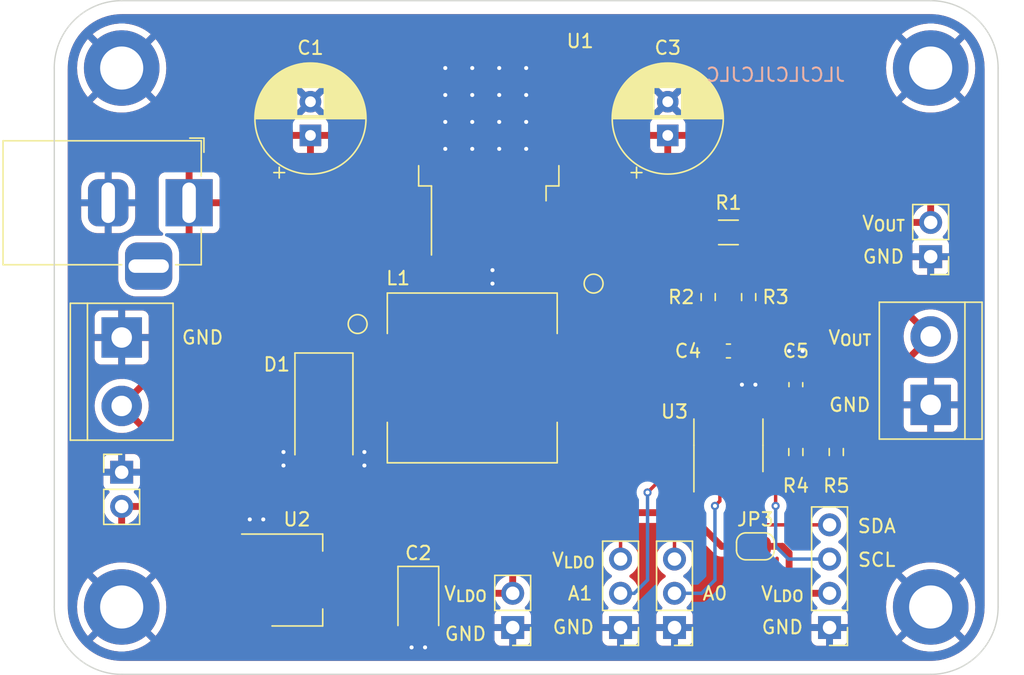
<source format=kicad_pcb>
(kicad_pcb (version 20211014) (generator pcbnew)
  (layers (0 "F.Cu" signal) (31 "B.Cu" signal) (34 "B.Paste" user) (35 "F.Paste" user) (36 "B.SilkS" user "B.Silkscreen") (37 "F.SilkS" user "F.Silkscreen") (38 "B.Mask" user) (39 "F.Mask" user) (44 "Edge.Cuts" user))
  (net 0 "")
  (net 1 "Vin")
  (net 2 "GND")
  (net 3 "V_{LDO}OUT")
  (net 4 "V_{SC}OUT")
  (net 5 "Net-(C4-Pad1)")
  (net 6 "Net-(C4-Pad2)")
  (net 7 "Net-(D1-Pad1)")
  (net 9 "SCL")
  (net 10 "SDA")
  (net 11 "Vout")
  (net 12 "A0")
  (net 13 "A1")
  (net 15 "Net-(J5-Pad2)")
  (footprint "MountingHole:MountingHole_3.2mm_M3_DIN965_Pad" (layer "F.Cu") (at 115 95)
    (fp_text reference "H4" hide)
    (fp_text value "MountingHole_Pad")
    (pad "1" thru_hole circle (at 0 0) (size 5.6 5.6) (drill 3.2) (layers *.Cu *.Mask) (net 2 "GND"))
  )
  (footprint "Inductor_SMD:L_12x12mm_H8mm" (layer "F.Cu") (at 81 78)
    (fp_text reference "L1" (at -5.5 -7.4) (layer "F.SilkS"))
    (fp_text value "68uH")
    (pad "1" smd rect (at -4.95 0) (size 2.9 5.4) (layers "F.Cu" "F.Paste" "F.Mask") (net 7 "Net-(D1-Pad1)"))
    (pad "2" smd rect (at 4.95 0) (size 2.9 5.4) (layers "F.Cu" "F.Paste" "F.Mask") (net 4 "V_{SC}OUT"))
  )
  (footprint "Capacitor_SMD:C_0603_1608Metric_Pad1.08x0.95mm_HandSolder" (layer "F.Cu") (at 100 76)
    (fp_text reference "C4" (at -3 0) (layer "F.SilkS"))
    (fp_text value "100n")
    (pad "1" smd roundrect (at -0.8625 0) (size 1.075 0.95) (layers "F.Cu" "F.Paste" "F.Mask") (net 5 "Net-(C4-Pad1)"))
    (pad "2" smd roundrect (at 0.8625 0) (size 1.075 0.95) (layers "F.Cu" "F.Paste" "F.Mask") (net 6 "Net-(C4-Pad2)"))
  )
  (footprint "TestPoint:TestPoint_Pad_D1.0mm" (layer "F.Cu") (at 72.5 74)
    (fp_text reference "TP2" hide)
    (fp_text value "V_{SC}OUT")
    (pad "1" smd circle (at 0 0) (size 1 1) (layers "F.Cu" "F.Mask") (net 7 "Net-(D1-Pad1)"))
  )
  (footprint "Capacitor_Tantalum_SMD:CP_EIA-3528-12_Kemet-T_Pad1.50x2.35mm_HandSolder" (layer "F.Cu") (at 77 94.625 -90)
    (fp_text reference "C2" (at -3.625 0 180) (layer "F.SilkS"))
    (fp_text value "10u")
    (pad "1" smd roundrect (at -1.625 0 270) (size 1.5 2.35) (layers "F.Cu" "F.Paste" "F.Mask") (roundrect_rratio 0.166667) (net 3 "V_{LDO}OUT"))
    (pad "2" smd roundrect (at 1.625 0 270) (size 1.5 2.35) (layers "F.Cu" "F.Paste" "F.Mask") (roundrect_rratio 0.166667) (net 2 "GND"))
  )
  (footprint "Resistor_SMD:R_0603_1608Metric_Pad0.98x0.95mm_HandSolder" (layer "F.Cu") (at 98.5 72 -90)
    (fp_text reference "R2" (at 0 2 180) (layer "F.SilkS"))
    (fp_text value "10")
    (pad "1" smd roundrect (at -0.9125 0 270) (size 0.975 0.95) (layers "F.Cu" "F.Paste" "F.Mask") (net 4 "V_{SC}OUT"))
    (pad "2" smd roundrect (at 0.9125 0 270) (size 0.975 0.95) (layers "F.Cu" "F.Paste" "F.Mask") (net 5 "Net-(C4-Pad1)"))
  )
  (footprint "TerminalBlock:TerminalBlock_bornier-2_P5.08mm" (layer "F.Cu") (at 115 80 90)
    (fp_text reference "J7" hide)
    (fp_text value "Screw_Terminal_01x02")
    (pad "1" thru_hole rect (at 0 0 90) (size 3 3) (drill 1.52) (layers *.Cu *.Mask) (net 2 "GND"))
    (pad "2" thru_hole circle (at 5.08 0 90) (size 3 3) (drill 1.52) (layers *.Cu *.Mask) (net 11 "Vout"))
  )
  (footprint "Capacitor_THT:CP_Radial_D8.0mm_P2.50mm" (layer "F.Cu") (at 95.5 60 90)
    (fp_text reference "C3" (at 6.5 0 180) (layer "F.SilkS"))
    (fp_text value "220u")
    (pad "1" thru_hole rect (at 0 0 90) (size 1.6 1.6) (drill 0.8) (layers *.Cu *.Mask) (net 4 "V_{SC}OUT"))
    (pad "2" thru_hole circle (at 2.5 0 90) (size 1.6 1.6) (drill 0.8) (layers *.Cu *.Mask) (net 2 "GND"))
  )
  (footprint "MountingHole:MountingHole_3.2mm_M3_DIN965_Pad" (layer "F.Cu") (at 55 55)
    (fp_text reference "H1" hide)
    (fp_text value "MountingHole_Pad")
    (pad "1" thru_hole circle (at 0 0) (size 5.6 5.6) (drill 3.2) (layers *.Cu *.Mask) (net 2 "GND"))
  )
  (footprint "Capacitor_THT:CP_Radial_D8.0mm_P2.50mm" (layer "F.Cu") (at 69 60 90)
    (fp_text reference "C1" (at 6.5 0 180) (layer "F.SilkS"))
    (fp_text value "470u")
    (pad "1" thru_hole rect (at 0 0 90) (size 1.6 1.6) (drill 0.8) (layers *.Cu *.Mask) (net 1 "Vin"))
    (pad "2" thru_hole circle (at 2.5 0 90) (size 1.6 1.6) (drill 0.8) (layers *.Cu *.Mask) (net 2 "GND"))
  )
  (footprint "Capacitor_SMD:C_0603_1608Metric_Pad1.08x0.95mm_HandSolder" (layer "F.Cu") (at 105 78.5 -90)
    (fp_text reference "C5" (at -2.5 0 180) (layer "F.SilkS"))
    (fp_text value "100n")
    (pad "1" smd roundrect (at -0.8625 0 270) (size 1.075 0.95) (layers "F.Cu" "F.Paste" "F.Mask") (net 2 "GND"))
    (pad "2" smd roundrect (at 0.8625 0 270) (size 1.075 0.95) (layers "F.Cu" "F.Paste" "F.Mask") (net 3 "V_{LDO}OUT"))
  )
  (footprint "Resistor_SMD:R_0603_1608Metric_Pad0.98x0.95mm_HandSolder" (layer "F.Cu") (at 105 83.5 -90)
    (fp_text reference "R4" (at 2.5 0) (layer "F.SilkS"))
    (fp_text value "3.3k")
    (pad "1" smd roundrect (at -0.9125 0 270) (size 0.975 0.95) (layers "F.Cu" "F.Paste" "F.Mask") (net 3 "V_{LDO}OUT"))
    (pad "2" smd roundrect (at 0.9125 0 270) (size 0.975 0.95) (layers "F.Cu" "F.Paste" "F.Mask") (net 9 "SCL"))
  )
  (footprint "Connector_PinHeader_2.54mm:PinHeader_1x02_P2.54mm_Vertical" (layer "F.Cu") (at 55 85)
    (fp_text reference "J1" hide)
    (fp_text value "Conn_01x02_Male")
    (pad "1" thru_hole rect (at 0 0) (size 1.7 1.7) (drill 1) (layers *.Cu *.Mask) (net 2 "GND"))
    (pad "2" thru_hole oval (at 0 2.54) (size 1.7 1.7) (drill 1) (layers *.Cu *.Mask) (net 1 "Vin"))
  )
  (footprint "TerminalBlock:TerminalBlock_bornier-2_P5.08mm" (layer "F.Cu") (at 55 75 -90)
    (fp_text reference "J4" hide)
    (fp_text value "Screw_Terminal_01x02")
    (pad "1" thru_hole rect (at 0 0 270) (size 3 3) (drill 1.52) (layers *.Cu *.Mask) (net 2 "GND"))
    (pad "2" thru_hole circle (at 5.08 0 270) (size 3 3) (drill 1.52) (layers *.Cu *.Mask) (net 1 "Vin"))
  )
  (footprint "Package_TO_SOT_SMD:SOT-223-3_TabPin2" (layer "F.Cu") (at 68 93)
    (fp_text reference "U2" (at 0 -4.5) (layer "F.SilkS"))
    (fp_text value "LM1117-3.3")
    (pad "1" smd rect (at -3.15 -2.3) (size 2 1.5) (layers "F.Cu" "F.Paste" "F.Mask") (net 2 "GND"))
    (pad "2" smd rect (at 3.15 0) (size 2 3.8) (layers "F.Cu" "F.Paste" "F.Mask") (net 3 "V_{LDO}OUT"))
    (pad "2" smd rect (at -3.15 0) (size 2 1.5) (layers "F.Cu" "F.Paste" "F.Mask") (net 3 "V_{LDO}OUT"))
    (pad "3" smd rect (at -3.15 2.3) (size 2 1.5) (layers "F.Cu" "F.Paste" "F.Mask") (net 1 "Vin"))
  )
  (footprint "Connector_PinHeader_2.54mm:PinHeader_1x03_P2.54mm_Vertical" (layer "F.Cu") (at 96 96.525 180)
    (fp_text reference "JP1" hide)
    (fp_text value "Jumper_3_Bridged12")
    (pad "1" thru_hole rect (at 0 0 180) (size 1.7 1.7) (drill 1) (layers *.Cu *.Mask) (net 2 "GND"))
    (pad "2" thru_hole oval (at 0 2.54 180) (size 1.7 1.7) (drill 1) (layers *.Cu *.Mask) (net 12 "A0"))
    (pad "3" thru_hole oval (at 0 5.08 180) (size 1.7 1.7) (drill 1) (layers *.Cu *.Mask) (net 3 "V_{LDO}OUT"))
  )
  (footprint "Connector_BarrelJack:BarrelJack_Horizontal" (layer "F.Cu") (at 60 65)
    (fp_text reference "J2" hide)
    (fp_text value "Barrel_Jack_Switch")
    (pad "1" thru_hole rect (at 0 0) (size 3.5 3.5) (drill oval 1 3) (layers *.Cu *.Mask) (net 1 "Vin"))
    (pad "2" thru_hole roundrect (at -6 0) (size 3 3.5) (drill oval 1 3) (layers *.Cu *.Mask) (net 2 "GND"))
    (pad "3" thru_hole roundrect (at -3 4.7) (size 3.5 3.5) (drill oval 3 1) (layers *.Cu *.Mask))
  )
  (footprint "Resistor_SMD:R_0603_1608Metric_Pad0.98x0.95mm_HandSolder" (layer "F.Cu") (at 108 83.5 -90)
    (fp_text reference "R5" (at 2.5 0 180) (layer "F.SilkS"))
    (fp_text value "3.3k")
    (pad "1" smd roundrect (at -0.9125 0 270) (size 0.975 0.95) (layers "F.Cu" "F.Paste" "F.Mask") (net 3 "V_{LDO}OUT"))
    (pad "2" smd roundrect (at 0.9125 0 270) (size 0.975 0.95) (layers "F.Cu" "F.Paste" "F.Mask") (net 10 "SDA"))
  )
  (footprint "Connector_PinHeader_2.54mm:PinHeader_1x02_P2.54mm_Vertical" (layer "F.Cu") (at 115 69 180)
    (fp_text reference "J6" hide)
    (fp_text value "Conn_01x02_Male")
    (pad "1" thru_hole rect (at 0 0 180) (size 1.7 1.7) (drill 1) (layers *.Cu *.Mask) (net 2 "GND"))
    (pad "2" thru_hole oval (at 0 2.54 180) (size 1.7 1.7) (drill 1) (layers *.Cu *.Mask) (net 11 "Vout"))
  )
  (footprint "Diode_SMD:D_SMA-SMB_Universal_Handsoldering" (layer "F.Cu") (at 70 81 -90)
    (fp_text reference "D1" (at -4 3.5 180) (layer "F.SilkS"))
    (fp_text value "D_Schottky")
    (pad "1" smd trapezoid (at -2.9 0 270) (size 3.6 1.7) (rect_delta 0.6 0) (layers "F.Cu" "F.Paste" "F.Mask") (net 7 "Net-(D1-Pad1)"))
    (pad "2" smd trapezoid (at 2.9 0 90) (size 3.6 1.7) (rect_delta 0.6 0) (layers "F.Cu" "F.Paste" "F.Mask") (net 2 "GND"))
  )
  (footprint "Resistor_SMD:R_1206_3216Metric_Pad1.30x1.75mm_HandSolder" (layer "F.Cu") (at 100 67.2)
    (fp_text reference "R1" (at 0 -2.2) (layer "F.SilkS"))
    (fp_text value "10m")
    (pad "1" smd roundrect (at -1.55 0) (size 1.3 1.75) (layers "F.Cu" "F.Paste" "F.Mask") (roundrect_rratio 0.192308) (net 4 "V_{SC}OUT"))
    (pad "2" smd roundrect (at 1.55 0) (size 1.3 1.75) (layers "F.Cu" "F.Paste" "F.Mask") (roundrect_rratio 0.192308) (net 11 "Vout"))
  )
  (footprint "Connector_PinHeader_2.54mm:PinHeader_1x04_P2.54mm_Vertical" (layer "F.Cu") (at 107.5 96.525 180)
    (fp_text reference "J5" hide)
    (fp_text value "Conn_01x04_Male")
    (pad "1" thru_hole rect (at 0 0 180) (size 1.7 1.7) (drill 1) (layers *.Cu *.Mask) (net 2 "GND"))
    (pad "2" thru_hole oval (at 0 2.54 180) (size 1.7 1.7) (drill 1) (layers *.Cu *.Mask) (net 15 "Net-(J5-Pad2)"))
    (pad "3" thru_hole oval (at 0 5.08 180) (size 1.7 1.7) (drill 1) (layers *.Cu *.Mask) (net 9 "SCL"))
    (pad "4" thru_hole oval (at 0 7.62 180) (size 1.7 1.7) (drill 1) (layers *.Cu *.Mask) (net 10 "SDA"))
  )
  (footprint "Resistor_SMD:R_0603_1608Metric_Pad0.98x0.95mm_HandSolder" (layer "F.Cu") (at 101.5 72 -90)
    (fp_text reference "R3" (at 0 -2 180) (layer "F.SilkS"))
    (fp_text value "10")
    (pad "1" smd roundrect (at -0.9125 0 270) (size 0.975 0.95) (layers "F.Cu" "F.Paste" "F.Mask") (net 11 "Vout"))
    (pad "2" smd roundrect (at 0.9125 0 270) (size 0.975 0.95) (layers "F.Cu" "F.Paste" "F.Mask") (net 6 "Net-(C4-Pad2)"))
  )
  (footprint "Connector_PinHeader_2.54mm:PinHeader_1x03_P2.54mm_Vertical" (layer "F.Cu") (at 92 96.525 180)
    (fp_text reference "JP2" hide)
    (fp_text value "Jumper_3_Bridged12")
    (pad "1" thru_hole rect (at 0 0 180) (size 1.7 1.7) (drill 1) (layers *.Cu *.Mask) (net 2 "GND"))
    (pad "2" thru_hole oval (at 0 2.54 180) (size 1.7 1.7) (drill 1) (layers *.Cu *.Mask) (net 13 "A1"))
    (pad "3" thru_hole oval (at 0 5.08 180) (size 1.7 1.7) (drill 1) (layers *.Cu *.Mask) (net 3 "V_{LDO}OUT"))
  )
  (footprint "MountingHole:MountingHole_3.2mm_M3_DIN965_Pad" (layer "F.Cu") (at 115 55)
    (fp_text reference "H2" hide)
    (fp_text value "MountingHole_Pad")
    (pad "1" thru_hole circle (at 0 0) (size 5.6 5.6) (drill 3.2) (layers *.Cu *.Mask) (net 2 "GND"))
  )
  (footprint "Package_TO_SOT_SMD:TO-263-5_TabPin3" (layer "F.Cu") (at 82.225 60.8 90)
    (fp_text reference "U1" (at 7.8 6.775 180) (layer "F.SilkS"))
    (fp_text value "LM2596S-3.3")
    (pad "1" smd rect (at -5.775 -3.4 90) (size 4.6 1.1) (layers "F.Cu" "F.Paste" "F.Mask") (net 1 "Vin"))
    (pad "2" smd rect (at -5.775 -1.7 90) (size 4.6 1.1) (layers "F.Cu" "F.Paste" "F.Mask") (net 7 "Net-(D1-Pad1)"))
    (pad "3" smd rect (at -5.775 0 90) (size 4.6 1.1) (layers "F.Cu" "F.Paste" "F.Mask") (net 2 "GND"))
    (pad "3" smd rect (at 3.375 0 90) (size 9.4 10.8) (layers "F.Cu" "F.Mask") (net 2 "GND"))
    (pad "4" smd rect (at -5.775 1.7 90) (size 4.6 1.1) (layers "F.Cu" "F.Paste" "F.Mask") (net 4 "V_{SC}OUT"))
    (pad "5" smd rect (at -5.775 3.4 90) (size 4.6 1.1) (layers "F.Cu" "F.Paste" "F.Mask"))
  )
  (footprint "TestPoint:TestPoint_Pad_D1.0mm" (layer "F.Cu") (at 90 71)
    (fp_text reference "TP1" hide)
    (fp_text value "FB" hide)
    (pad "1" smd circle (at 0 0) (size 1 1) (layers "F.Cu" "F.Mask") (net 4 "V_{SC}OUT"))
  )
  (footprint "MountingHole:MountingHole_3.2mm_M3_DIN965_Pad" (layer "F.Cu") (at 55 95)
    (fp_text reference "H3" hide)
    (fp_text value "MountingHole_Pad")
    (pad "1" thru_hole circle (at 0 0) (size 5.6 5.6) (drill 3.2) (layers *.Cu *.Mask) (net 2 "GND"))
  )
  (footprint "Package_SO:SOIC-8_3.9x4.9mm_P1.27mm" (layer "F.Cu") (at 100 83 90)
    (fp_text reference "U3" (at 2.5 -4 180) (layer "F.SilkS"))
    (fp_text value "INA219AxD")
    (pad "1" smd roundrect (at -2.475 -1.905 90) (size 1.95 0.6) (layers "F.Cu" "F.Paste" "F.Mask") (net 13 "A1"))
    (pad "2" smd roundrect (at -2.475 -0.635 90) (size 1.95 0.6) (layers "F.Cu" "F.Paste" "F.Mask") (net 12 "A0"))
    (pad "3" smd roundrect (at -2.475 0.635 90) (size 1.95 0.6) (layers "F.Cu" "F.Paste" "F.Mask") (net 10 "SDA"))
    (pad "4" smd roundrect (at -2.475 1.905 90) (size 1.95 0.6) (layers "F.Cu" "F.Paste" "F.Mask") (net 9 "SCL"))
    (pad "5" smd roundrect (at 2.475 1.905 90) (size 1.95 0.6) (layers "F.Cu" "F.Paste" "F.Mask") (net 3 "V_{LDO}OUT"))
    (pad "6" smd roundrect (at 2.475 0.635 90) (size 1.95 0.6) (layers "F.Cu" "F.Paste" "F.Mask") (net 2 "GND"))
    (pad "7" smd roundrect (at 2.475 -0.635 90) (size 1.95 0.6) (layers "F.Cu" "F.Paste" "F.Mask") (net 6 "Net-(C4-Pad2)"))
    (pad "8" smd roundrect (at 2.475 -1.905 90) (size 1.95 0.6) (layers "F.Cu" "F.Paste" "F.Mask") (net 5 "Net-(C4-Pad1)"))
  )
  (footprint "Connector_PinHeader_2.54mm:PinHeader_1x02_P2.54mm_Vertical" (layer "F.Cu") (at 84 96.525 180)
    (fp_text reference "J3" hide)
    (fp_text value "Conn_01x02_Male")
    (pad "1" thru_hole rect (at 0 0 180) (size 1.7 1.7) (drill 1) (layers *.Cu *.Mask) (net 2 "GND"))
    (pad "2" thru_hole oval (at 0 2.54 180) (size 1.7 1.7) (drill 1) (layers *.Cu *.Mask) (net 3 "V_{LDO}OUT"))
  )
  (footprint "Jumper:SolderJumper-2_P1.3mm_Open_RoundedPad1.0x1.5mm" (layer "F.Cu") (at 102 90.5)
    (fp_text reference "JP3" (at 0 -2) (layer "F.SilkS"))
    (fp_text value "Jumper_2_Open")
    (pad "1" smd custom (at -0.65 0) (size 1 0.5) (layers "F.Cu" "F.Mask") (net 3 "V_{LDO}OUT") (options (clearance outline) (anchor rect)) (primitives (gr_circle (center 0 0.25) (end 0.5 0.25) (width 0) (fill yes)) (gr_circle (center 0 -0.25) (end 0.5 -0.25) (width 0) (fill yes)) (gr_poly (pts (xy 0.5 0.75) (xy 0 0.75) (xy 0 -0.75) (xy 0.5 -0.75)) (width 0) (fill yes))))
    (pad "2" smd custom (at 0.65 0) (size 1 0.5) (layers "F.Cu" "F.Mask") (net 15 "Net-(J5-Pad2)") (options (clearance outline) (anchor rect)) (primitives (gr_circle (center 0 0.25) (end 0.5 0.25) (width 0) (fill yes)) (gr_circle (center 0 -0.25) (end 0.5 -0.25) (width 0) (fill yes)) (gr_poly (pts (xy 0 0.75) (xy -0.5 0.75) (xy -0.5 -0.75) (xy 0 -0.75)) (width 0) (fill yes))))
  )
  (gr_arc (start 50 55) (mid 51.464466 51.464466) (end 55 50) (layer "Edge.Cuts") (width 0.1))
  (gr_arc (start 115 50) (mid 118.535534 51.464466) (end 120 55) (layer "Edge.Cuts") (width 0.1))
  (gr_line (start 50 55) (end 50 95) (layer "Edge.Cuts") (width 0.1))
  (gr_arc (start 120 95) (mid 118.535534 98.535534) (end 115 100) (layer "Edge.Cuts") (width 0.1))
  (gr_arc (start 55 100) (mid 51.464466 98.535534) (end 50 95) (layer "Edge.Cuts") (width 0.1))
  (gr_line (start 120 55) (end 120 95) (layer "Edge.Cuts") (width 0.1))
  (gr_line (start 55 50) (end 115 50) (layer "Edge.Cuts") (width 0.1))
  (gr_line (start 115 100) (end 55 100) (layer "Edge.Cuts") (width 0.1))
  (gr_text "JLCJLCJLCJLC" (at 103.5 55.5) (layer "B.SilkS") (effects (font (size 1 1)) (justify mirror)))
  (gr_text "V_{LDO}\n" (at 88.5 91.5) (layer "F.SilkS") (effects (font (size 1 1))))
  (gr_text "V_{LDO}\n" (at 80.5 94) (layer "F.SilkS") (effects (font (size 1 1))))
  (gr_text "A1" (at 89 94) (layer "F.SilkS") (effects (font (size 1 1))))
  (gr_text "GND\n" (at 80.5 97) (layer "F.SilkS") (effects (font (size 1 1))))
  (gr_text "V_{LDO}\n" (at 104 94) (layer "F.SilkS") (effects (font (size 1 1))))
  (gr_text "SCL" (at 111 91.5) (layer "F.SilkS") (effects (font (size 1 1))))
  (gr_text "GND" (at 111.5 69) (layer "F.SilkS") (effects (font (size 1 1))))
  (gr_text "GND\n" (at 88.5 96.5) (layer "F.SilkS") (effects (font (size 1 1))))
  (gr_text "GND" (at 109 80) (layer "F.SilkS") (effects (font (size 1 1))))
  (gr_text "V_{OUT}" (at 111.5 66.5) (layer "F.SilkS") (effects (font (size 1 1))))
  (gr_text "SDA" (at 111 89) (layer "F.SilkS") (effects (font (size 1 1))))
  (gr_text "A0" (at 99 94) (layer "F.SilkS") (effects (font (size 1 1))))
  (gr_text "GND" (at 61 75) (layer "F.SilkS") (effects (font (size 1 1))))
  (gr_text "GND\n" (at 104 96.5) (layer "F.SilkS") (effects (font (size 1 1))))
  (gr_text "V_{OUT}" (at 109 75) (layer "F.SilkS") (effects (font (size 1 1))))
  (via (at 82.5 70) (size 0.6) (drill 0.3) (layers "F.Cu" "B.Cu") (net 2))
  (via (at 81 55) (size 0.6) (drill 0.3) (layers "F.Cu" "B.Cu") (net 2))
  (via (at 85 55) (size 0.6) (drill 0.3) (layers "F.Cu" "B.Cu") (net 2))
  (via (at 76.5 98) (size 0.6) (drill 0.3) (layers "F.Cu" "B.Cu") (net 2))
  (via (at 81 59) (size 0.6) (drill 0.3) (layers "F.Cu" "B.Cu") (net 2))
  (via (at 79 55) (size 0.6) (drill 0.3) (layers "F.Cu" "B.Cu") (net 2))
  (via (at 81 57) (size 0.6) (drill 0.3) (layers "F.Cu" "B.Cu") (net 2))
  (via (at 105.5 76) (size 0.6) (drill 0.3) (layers "F.Cu" "B.Cu") (net 2))
  (via (at 85 61) (size 0.6) (drill 0.3) (layers "F.Cu" "B.Cu") (net 2))
  (via (at 101 78.5) (size 0.6) (drill 0.3) (layers "F.Cu" "B.Cu") (net 2))
  (via (at 79 57) (size 0.6) (drill 0.3) (layers "F.Cu" "B.Cu") (net 2))
  (via (at 85 57) (size 0.6) (drill 0.3) (layers "F.Cu" "B.Cu") (net 2))
  (via (at 81 61) (size 0.6) (drill 0.3) (layers "F.Cu" "B.Cu") (net 2))
  (via (at 83 59) (size 0.6) (drill 0.3) (layers "F.Cu" "B.Cu") (net 2))
  (via (at 77.5 98) (size 0.6) (drill 0.3) (layers "F.Cu" "B.Cu") (net 2))
  (via (at 79 59) (size 0.6) (drill 0.3) (layers "F.Cu" "B.Cu") (net 2))
  (via (at 79 61) (size 0.6) (drill 0.3) (layers "F.Cu" "B.Cu") (net 2))
  (via (at 104.5 76) (size 0.6) (drill 0.3) (layers "F.Cu" "B.Cu") (net 2))
  (via (at 83 57) (size 0.6) (drill 0.3) (layers "F.Cu" "B.Cu") (net 2))
  (via (at 102 78.5) (size 0.6) (drill 0.3) (layers "F.Cu" "B.Cu") (net 2))
  (via (at 83 55) (size 0.6) (drill 0.3) (layers "F.Cu" "B.Cu") (net 2))
  (via (at 64.5 88.5) (size 0.6) (drill 0.3) (layers "F.Cu" "B.Cu") (net 2))
  (via (at 67 84.5) (size 0.6) (drill 0.3) (layers "F.Cu" "B.Cu") (net 2))
  (via (at 85 59) (size 0.6) (drill 0.3) (layers "F.Cu" "B.Cu") (net 2))
  (via (at 67 83.5) (size 0.6) (drill 0.3) (layers "F.Cu" "B.Cu") (net 2))
  (via (at 83 61) (size 0.6) (drill 0.3) (layers "F.Cu" "B.Cu") (net 2))
  (via (at 73 84.5) (size 0.6) (drill 0.3) (layers "F.Cu" "B.Cu") (net 2))
  (via (at 82.5 71) (size 0.6) (drill 0.3) (layers "F.Cu" "B.Cu") (net 2))
  (via (at 65.5 88.5) (size 0.6) (drill 0.3) (layers "F.Cu" "B.Cu") (net 2))
  (via (at 73 83.5) (size 0.6) (drill 0.3) (layers "F.Cu" "B.Cu") (net 2))
  (segment (start 103.8375 80.525) (end 105 79.3625) (width 0.508) (layer "F.Cu") (net 3))
  (segment (start 96 91.445) (end 96 88) (width 0.254) (layer "F.Cu") (net 3))
  (segment (start 107 80) (end 106.3625 79.3625) (width 0.254) (layer "F.Cu") (net 3))
  (segment (start 92 88) (end 96 88) (width 0.508) (layer "F.Cu") (net 3))
  (segment (start 103.025 80.525) (end 103.8375 80.525) (width 0.508) (layer "F.Cu") (net 3))
  (segment (start 105.5 81) (end 107 81) (width 0.254) (layer "F.Cu") (net 3))
  (segment (start 78 88) (end 90 88) (width 0.508) (layer "F.Cu") (net 3))
  (segment (start 90 87) (end 90 88) (width 0.508) (layer "F.Cu") (net 3))
  (segment (start 107.5 81) (end 108 81.5) (width 0.254) (layer "F.Cu") (net 3))
  (segment (start 77 89) (end 78 88) (width 0.508) (layer "F.Cu") (net 3))
  (segment (start 107 81) (end 107 80) (width 0.254) (layer "F.Cu") (net 3))
  (segment (start 99.5 90.5) (end 97 88) (width 0.508) (layer "F.Cu") (net 3))
  (segment (start 102 83.5) (end 93.5 83.5) (width 0.508) (layer "F.Cu") (net 3))
  (segment (start 101.905 80.525) (end 103.025 80.525) (width 0.508) (layer "F.Cu") (net 3))
  (segment (start 77 93) (end 77 89) (width 0.508) (layer "F.Cu") (net 3))
  (segment (start 105.1375 79.5) (end 105 79.3625) (width 0.254) (layer "F.Cu") (net 3))
  (segment (start 108 81.5) (end 108 82.5875) (width 0.254) (layer "F.Cu") (net 3))
  (segment (start 105 81.5) (end 105.5 81) (width 0.254) (layer "F.Cu") (net 3))
  (segment (start 103.025 82.475) (end 102 83.5) (width 0.508) (layer "F.Cu") (net 3))
  (segment (start 103.025 80.525) (end 103.025 82.475) (width 0.508) (layer "F.Cu") (net 3))
  (segment (start 92 91.445) (end 92 88) (width 0.254) (layer "F.Cu") (net 3))
  (segment (start 107 81) (end 107.5 81) (width 0.254) (layer "F.Cu") (net 3))
  (segment (start 105 82.5875) (end 105 81.5) (width 0.254) (layer "F.Cu") (net 3))
  (segment (start 101.35 90.5) (end 99.5 90.5) (width 0.508) (layer "F.Cu") (net 3))
  (segment (start 106.3625 79.3625) (end 105 79.3625) (width 0.254) (layer "F.Cu") (net 3))
  (segment (start 97 88) (end 96 88) (width 0.508) (layer "F.Cu") (net 3))
  (segment (start 90 88) (end 92 88) (width 0.508) (layer "F.Cu") (net 3))
  (segment (start 93.5 83.5) (end 90 87) (width 0.508) (layer "F.Cu") (net 3))
  (segment (start 98.5 71.0875) (end 98.5 67.25) (width 0.25) (layer "F.Cu") (net 4))
  (segment (start 98.5 67.25) (end 98.45 67.2) (width 0.25) (layer "F.Cu") (net 4))
  (segment (start 99.1375 73.55) (end 98.5 72.9125) (width 0.25) (layer "F.Cu") (net 5))
  (segment (start 98.5 76) (end 99.1375 76) (width 0.25) (layer "F.Cu") (net 5))
  (segment (start 99.1375 76) (end 99.1375 73.55) (width 0.25) (layer "F.Cu") (net 5))
  (segment (start 98.095 80.525) (end 98.095 76.405) (width 0.25) (layer "F.Cu") (net 5))
  (segment (start 98.095 76.405) (end 98.5 76) (width 0.25) (layer "F.Cu") (net 5))
  (segment (start 100.8625 73.55) (end 101.5 72.9125) (width 0.25) (layer "F.Cu") (net 6))
  (segment (start 100.8625 76.6375) (end 100.8625 76) (width 0.25) (layer "F.Cu") (net 6))
  (segment (start 100.8625 76) (end 100.8625 73.55) (width 0.25) (layer "F.Cu") (net 6))
  (segment (start 99.365 78.135) (end 100.8625 76.6375) (width 0.25) (layer "F.Cu") (net 6))
  (segment (start 99.365 80.525) (end 99.365 78.135) (width 0.25) (layer "F.Cu") (net 6))
  (segment (start 103.5 85.5) (end 103.5 87.5) (width 0.254) (layer "F.Cu") (net 9))
  (segment (start 103.525 85.475) (end 103.5 85.5) (width 0.254) (layer "F.Cu") (net 9))
  (segment (start 104.025 85.475) (end 104.525 85.475) (width 0.254) (layer "F.Cu") (net 9))
  (segment (start 103.525 85.475) (end 104.025 85.475) (width 0.254) (layer "F.Cu") (net 9))
  (segment (start 105 85) (end 105 84.4125) (width 0.254) (layer "F.Cu") (net 9))
  (segment (start 104.525 85.475) (end 105 85) (width 0.254) (layer "F.Cu") (net 9))
  (segment (start 101.905 85.475) (end 103.525 85.475) (width 0.254) (layer "F.Cu") (net 9))
  (via (at 103.5 87.5) (size 0.6) (drill 0.3) (layers "F.Cu" "B.Cu") (net 9))
  (segment (start 104.445 91.445) (end 107.5 91.445) (width 0.254) (layer "B.Cu") (net 9))
  (segment (start 103.5 87.5) (end 103.5 90.5) (width 0.254) (layer "B.Cu") (net 9))
  (segment (start 103.5 90.5) (end 104.445 91.445) (width 0.254) (layer "B.Cu") (net 9))
  (segment (start 100.635 85.475) (end 100.635 88.135) (width 0.254) (layer "F.Cu") (net 10))
  (segment (start 101.405 88.905) (end 105.095 88.905) (width 0.254) (layer "F.Cu") (net 10))
  (segment (start 108 84.4125) (end 105.095 87.3175) (width 0.254) (layer "F.Cu") (net 10))
  (segment (start 100.635 88.135) (end 101.405 88.905) (width 0.254) (layer "F.Cu") (net 10))
  (segment (start 105.095 87.3175) (end 105.095 88.905) (width 0.254) (layer "F.Cu") (net 10))
  (segment (start 105.095 88.905) (end 107.5 88.905) (width 0.254) (layer "F.Cu") (net 10))
  (segment (start 101.5 71.0875) (end 101.5 67.25) (width 0.25) (layer "F.Cu") (net 11))
  (segment (start 101.5 67.25) (end 101.55 67.2) (width 0.25) (layer "F.Cu") (net 11))
  (segment (start 99.365 87.135) (end 99 87.5) (width 0.254) (layer "F.Cu") (net 12))
  (segment (start 99.365 85.475) (end 99.365 87.135) (width 0.254) (layer "F.Cu") (net 12))
  (via (at 99 87.5) (size 0.6) (drill 0.3) (layers "F.Cu" "B.Cu") (net 12))
  (segment (start 99 93) (end 98.015 93.985) (width 0.254) (layer "B.Cu") (net 12))
  (segment (start 98.015 93.985) (end 96 93.985) (width 0.254) (layer "B.Cu") (net 12))
  (segment (start 99 87.5) (end 99 93) (width 0.254) (layer "B.Cu") (net 12))
  (segment (start 95.025 85.475) (end 94 86.5) (width 0.254) (layer "F.Cu") (net 13))
  (segment (start 98.095 85.475) (end 95.025 85.475) (width 0.254) (layer "F.Cu") (net 13))
  (via (at 94 86.5) (size 0.6) (drill 0.3) (layers "F.Cu" "B.Cu") (net 13))
  (segment (start 94 93) (end 93.015 93.985) (width 0.254) (layer "B.Cu") (net 13))
  (segment (start 94 86.5) (end 94 93) (width 0.254) (layer "B.Cu") (net 13))
  (segment (start 93.015 93.985) (end 92 93.985) (width 0.254) (layer "B.Cu") (net 13))
  (segment (start 105 94) (end 105.015 93.985) (width 0.508) (layer "F.Cu") (net 15))
  (segment (start 104 90.5) (end 104.5 91) (width 0.508) (layer "F.Cu") (net 15))
  (segment (start 104.5 91) (end 104.5 93.5) (width 0.508) (layer "F.Cu") (net 15))
  (segment (start 105.015 93.985) (end 107.5 93.985) (width 0.508) (layer "F.Cu") (net 15))
  (segment (start 104.5 93.5) (end 105 94) (width 0.508) (layer "F.Cu") (net 15))
  (segment (start 102.65 90.5) (end 104 90.5) (width 0.508) (layer "F.Cu") (net 15))
  (zone (net 11) (net_name "Vout") (layer "F.Cu") (priority 1) (connect_pads (clearance 0.508)) (min_thickness 0.254) (fill yes (thermal_gap 0.508) (thermal_bridge_width 0.508) (smoothing fillet) (radius 1))
    (polygon (pts (xy 115.5 75) (xy 113.5 77) (xy 112 77) (xy 103 68) (xy 101 68) (xy 101 64.5) (xy 115.5 64.5) (xy 115.5 67.5) (xy 112 67.5) (xy 112 71.5)))
  )
  (zone (net 4) (net_name "V_{SC}OUT") (layer "F.Cu") (priority 2) (connect_pads (clearance 0.508)) (min_thickness 0.254) (fill yes (thermal_gap 0.508) (thermal_bridge_width 0.508) (smoothing fillet) (radius 1))
    (polygon (pts (xy 91.5 59.5) (xy 99 59.5) (xy 99 67.5) (xy 97.5 67.5) (xy 92 73) (xy 92 78.5) (xy 83.5 78.5) (xy 83.5 64.5) (xy 84.5 64.5) (xy 84.5 69) (xy 85 69.5) (xy 88 69.5) (xy 91.5 66)))
  )
  (zone (net 7) (net_name "Net-(D1-Pad1)") (layer "F.Cu") (priority 2) (connect_pads (clearance 0.508)) (min_thickness 0.254) (fill yes (thermal_gap 0.508) (thermal_bridge_width 0.508) (smoothing fillet) (radius 1))
    (polygon (pts (xy 81 64.5) (xy 81 72) (xy 77 72) (xy 76.5 72.5) (xy 76.5 78.5) (xy 69.5 78.5) (xy 69.5 73.5) (xy 72.5 70.5) (xy 79.5 70.5) (xy 80 70) (xy 80 64.5)))
  )
  (zone (net 1) (net_name "Vin") (layer "F.Cu") (priority 1) (connect_pads (clearance 0.508)) (min_thickness 0.254) (fill yes (thermal_gap 0.508) (thermal_bridge_width 0.508) (smoothing fillet) (radius 1))
    (polygon (pts (xy 71 62.5) (xy 71.5 63) (xy 79.5 63) (xy 79.5 70) (xy 65.5 70) (xy 65 70.5) (xy 65 85) (xy 62 88) (xy 62 94) (xy 62.5 94.5) (xy 65 94.5) (xy 65.5 97) (xy 59.5 97) (xy 59.5 90.5) (xy 59 90) (xy 54.5 90) (xy 54.5 87) (xy 59 87) (xy 59.5 86.5) (xy 59.5 83) (xy 59 82.5) (xy 54 82.5) (xy 54 78) (xy 59 78) (xy 59.5 77.5) (xy 59.5 59.5) (xy 71 59.5)))
  )
  (zone (net 2) (net_name "GND") (layers F&B.Cu) (connect_pads (clearance 0.508)) (min_thickness 0.254) (fill yes (thermal_gap 0.508) (thermal_bridge_width 0.508) (smoothing fillet) (radius 1))
    (polygon (pts (xy 120 100) (xy 50 100) (xy 50 50) (xy 120 50)))
  )
  (zone (net 3) (net_name "V_{LDO}OUT") (layer "F.Cu") (priority 1) (connect_pads (clearance 0.508)) (min_thickness 0.254) (fill yes (thermal_gap 0.508) (thermal_bridge_width 0.508) (smoothing fillet) (radius 1))
    (polygon (pts (xy 84.5 94.5) (xy 81.5 94.5) (xy 80.5 93.5) (xy 64 93.5) (xy 64 92.5) (xy 67 92.5) (xy 70 89.5) (xy 84.5 89.5)))
  )
  (zone (net 0) (net_name "") (layer "F.Cu") (connect_pads (clearance 0)) (min_thickness 0.254)
    (keepout (tracks allowed) (vias allowed) (pads allowed) (copperpour not_allowed) (footprints allowed))
    (fill (thermal_gap 0.508) (thermal_bridge_width 0.508) (smoothing fillet) (radius 1))
    (polygon (pts (xy 83 72) (xy 83 79) (xy 84 79) (xy 84 81) (xy 88 81) (xy 88 85) (xy 74 85) (xy 74 81) (xy 77 81) (xy 77 72)))
  )
)
</source>
